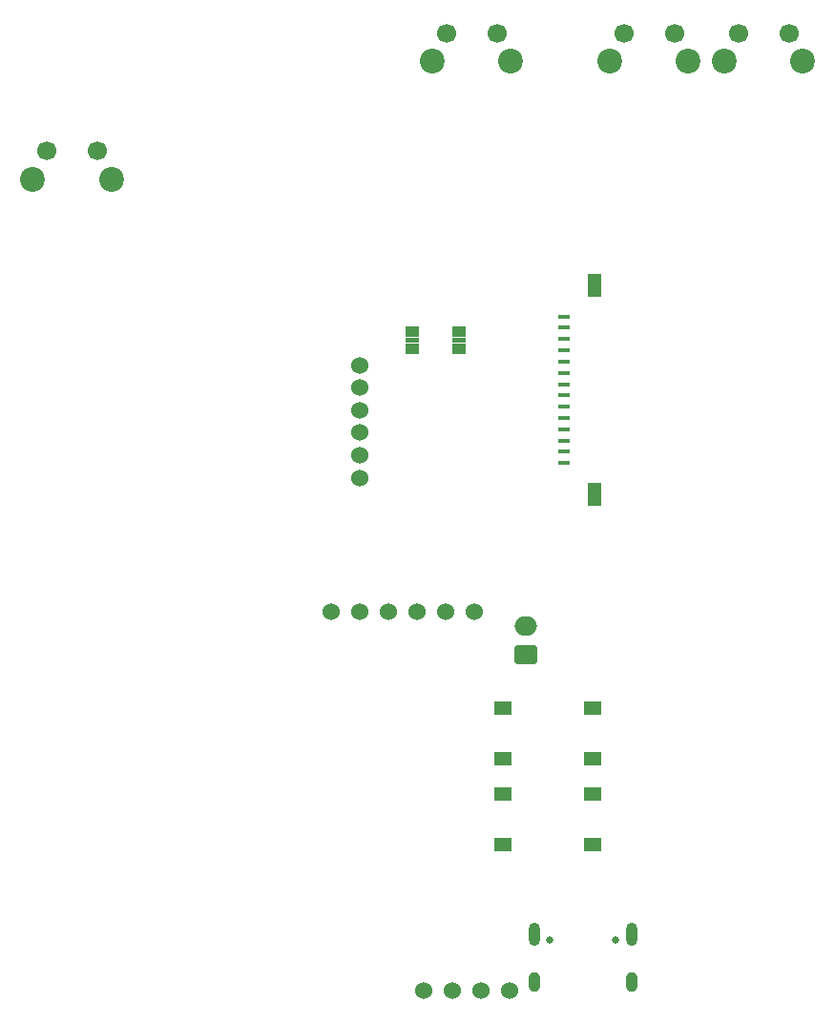
<source format=gts>
%TF.GenerationSoftware,KiCad,Pcbnew,7.0.2-0*%
%TF.CreationDate,2025-01-26T18:27:29-07:00*%
%TF.ProjectId,LeftMB,4c656674-4d42-42e6-9b69-6361645f7063,rev?*%
%TF.SameCoordinates,Original*%
%TF.FileFunction,Soldermask,Top*%
%TF.FilePolarity,Negative*%
%FSLAX46Y46*%
G04 Gerber Fmt 4.6, Leading zero omitted, Abs format (unit mm)*
G04 Created by KiCad (PCBNEW 7.0.2-0) date 2025-01-26 18:27:29*
%MOMM*%
%LPD*%
G01*
G04 APERTURE LIST*
G04 Aperture macros list*
%AMRoundRect*
0 Rectangle with rounded corners*
0 $1 Rounding radius*
0 $2 $3 $4 $5 $6 $7 $8 $9 X,Y pos of 4 corners*
0 Add a 4 corners polygon primitive as box body*
4,1,4,$2,$3,$4,$5,$6,$7,$8,$9,$2,$3,0*
0 Add four circle primitives for the rounded corners*
1,1,$1+$1,$2,$3*
1,1,$1+$1,$4,$5*
1,1,$1+$1,$6,$7*
1,1,$1+$1,$8,$9*
0 Add four rect primitives between the rounded corners*
20,1,$1+$1,$2,$3,$4,$5,0*
20,1,$1+$1,$4,$5,$6,$7,0*
20,1,$1+$1,$6,$7,$8,$9,0*
20,1,$1+$1,$8,$9,$2,$3,0*%
G04 Aperture macros list end*
%ADD10C,0.010000*%
%ADD11C,2.200000*%
%ADD12C,1.700000*%
%ADD13C,1.524000*%
%ADD14R,1.550000X1.300000*%
%ADD15R,1.000000X0.400000*%
%ADD16R,1.300000X2.000000*%
%ADD17RoundRect,0.250000X0.750000X-0.600000X0.750000X0.600000X-0.750000X0.600000X-0.750000X-0.600000X0*%
%ADD18O,2.000000X1.700000*%
%ADD19C,0.650000*%
%ADD20O,1.000000X1.800000*%
%ADD21O,1.000000X2.100000*%
G04 APERTURE END LIST*
%TO.C,ADS1115*%
D10*
X91881000Y-81123000D02*
X90783300Y-81123000D01*
X90783300Y-80721160D01*
X91881000Y-80721160D01*
X91881000Y-81123000D01*
G36*
X91881000Y-81123000D02*
G01*
X90783300Y-81123000D01*
X90783300Y-80721160D01*
X91881000Y-80721160D01*
X91881000Y-81123000D01*
G37*
X87781000Y-81123000D02*
X86678040Y-81123000D01*
X86678040Y-80721640D01*
X87781000Y-80721640D01*
X87781000Y-81123000D01*
G36*
X87781000Y-81123000D02*
G01*
X86678040Y-81123000D01*
X86678040Y-80721640D01*
X87781000Y-80721640D01*
X87781000Y-81123000D01*
G37*
X87781000Y-81623000D02*
X86676920Y-81623000D01*
X86676920Y-81221903D01*
X87781000Y-81221903D01*
X87781000Y-81623000D01*
G36*
X87781000Y-81623000D02*
G01*
X86676920Y-81623000D01*
X86676920Y-81221903D01*
X87781000Y-81221903D01*
X87781000Y-81623000D01*
G37*
X91881000Y-81623000D02*
X90781530Y-81623000D01*
X90781530Y-81222752D01*
X91881000Y-81222752D01*
X91881000Y-81623000D01*
G36*
X91881000Y-81623000D02*
G01*
X90781530Y-81623000D01*
X90781530Y-81222752D01*
X91881000Y-81222752D01*
X91881000Y-81623000D01*
G37*
X87781000Y-82123000D02*
X86677190Y-82123000D01*
X86677190Y-81722707D01*
X87781000Y-81722707D01*
X87781000Y-82123000D01*
G36*
X87781000Y-82123000D02*
G01*
X86677190Y-82123000D01*
X86677190Y-81722707D01*
X87781000Y-81722707D01*
X87781000Y-82123000D01*
G37*
X91881000Y-82123000D02*
X90782650Y-82123000D01*
X90782650Y-81722780D01*
X91881000Y-81722780D01*
X91881000Y-82123000D01*
G36*
X91881000Y-82123000D02*
G01*
X90782650Y-82123000D01*
X90782650Y-81722780D01*
X91881000Y-81722780D01*
X91881000Y-82123000D01*
G37*
X91881000Y-82623000D02*
X90781340Y-82623000D01*
X90781340Y-82223069D01*
X91881000Y-82223069D01*
X91881000Y-82623000D01*
G36*
X91881000Y-82623000D02*
G01*
X90781340Y-82623000D01*
X90781340Y-82223069D01*
X91881000Y-82223069D01*
X91881000Y-82623000D01*
G37*
X87781000Y-82623000D02*
X86677490Y-82623000D01*
X86677490Y-82223405D01*
X87781000Y-82223405D01*
X87781000Y-82623000D01*
G36*
X87781000Y-82623000D02*
G01*
X86677490Y-82623000D01*
X86677490Y-82223405D01*
X87781000Y-82223405D01*
X87781000Y-82623000D01*
G37*
X91881000Y-83123000D02*
X90781660Y-83123000D01*
X90781660Y-82723351D01*
X91881000Y-82723351D01*
X91881000Y-83123000D01*
G36*
X91881000Y-83123000D02*
G01*
X90781660Y-83123000D01*
X90781660Y-82723351D01*
X91881000Y-82723351D01*
X91881000Y-83123000D01*
G37*
X87781000Y-83123000D02*
X86679400Y-83123000D01*
X86679400Y-82723491D01*
X87781000Y-82723491D01*
X87781000Y-83123000D01*
G36*
X87781000Y-83123000D02*
G01*
X86679400Y-83123000D01*
X86679400Y-82723491D01*
X87781000Y-82723491D01*
X87781000Y-83123000D01*
G37*
%TD*%
D11*
%TO.C,REF\u002A\u002A*%
X88992000Y-57237000D03*
X95992000Y-57237000D03*
D12*
X90242000Y-54737000D03*
X94742000Y-54737000D03*
%TD*%
D11*
%TO.C,REF\u002A\u002A*%
X104740000Y-57237000D03*
X111740000Y-57237000D03*
D12*
X105990000Y-54737000D03*
X110490000Y-54737000D03*
%TD*%
D11*
%TO.C,REF\u002A\u002A*%
X53523000Y-67687000D03*
X60523000Y-67687000D03*
D12*
X54773000Y-65187000D03*
X59273000Y-65187000D03*
%TD*%
D13*
%TO.C,REF\u002A\u002A*%
X82564000Y-84170000D03*
X82564000Y-90170000D03*
X82564000Y-86170000D03*
X82564000Y-92170000D03*
X82564000Y-88170000D03*
X82564000Y-94170000D03*
%TD*%
D14*
%TO.C,START*%
X95315000Y-114590000D03*
X103265000Y-114590000D03*
X95315000Y-119090000D03*
X103265000Y-119090000D03*
%TD*%
%TO.C,SELECT*%
X95315000Y-122210000D03*
X103265000Y-122210000D03*
X95315000Y-126710000D03*
X103265000Y-126710000D03*
%TD*%
D11*
%TO.C,REF\u002A\u002A*%
X114900000Y-57237000D03*
X121900000Y-57237000D03*
D12*
X116150000Y-54737000D03*
X120650000Y-54737000D03*
%TD*%
D15*
%TO.C,FPC*%
X100690000Y-92860000D03*
X100690000Y-91860000D03*
X100690000Y-90860000D03*
X100690000Y-89860000D03*
X100690000Y-88860000D03*
X100690000Y-87860000D03*
X100690000Y-86860000D03*
X100690000Y-85860000D03*
X100690000Y-84860000D03*
X100690000Y-83860000D03*
X100690000Y-82860000D03*
X100690000Y-81860000D03*
X100690000Y-80860000D03*
X100690000Y-79860000D03*
D16*
X103390000Y-95660000D03*
X103390000Y-77060000D03*
%TD*%
D13*
%TO.C,B_Sav*%
X90805000Y-139700000D03*
X88265000Y-139700000D03*
X93345000Y-139700000D03*
X95885000Y-139700000D03*
%TD*%
%TO.C,Bat_Man*%
X92730000Y-106075000D03*
X85110000Y-106075000D03*
X87650000Y-106075000D03*
X80030000Y-106075000D03*
X82570000Y-106075000D03*
X90190000Y-106075000D03*
%TD*%
D17*
%TO.C,Battery*%
X97289500Y-109835000D03*
D18*
X97289500Y-107335000D03*
%TD*%
D19*
%TO.C,USB C*%
X105240000Y-135190000D03*
X99460000Y-135190000D03*
D20*
X106670000Y-138870000D03*
D21*
X106670000Y-134670000D03*
D20*
X98030000Y-138870000D03*
D21*
X98030000Y-134670000D03*
%TD*%
M02*

</source>
